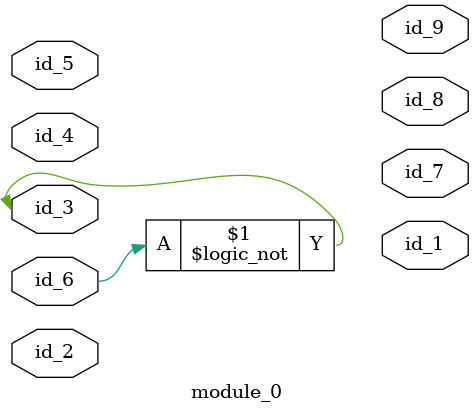
<source format=v>
module module_0 (
    id_1,
    id_2,
    id_3,
    id_4,
    id_5,
    id_6,
    id_7,
    id_8,
    id_9
);
  output id_9;
  output id_8;
  output id_7;
  inout id_6;
  input id_5;
  inout id_4;
  inout id_3;
  inout id_2;
  output id_1;
  assign id_3[1'd0] = !id_6;
endmodule

</source>
